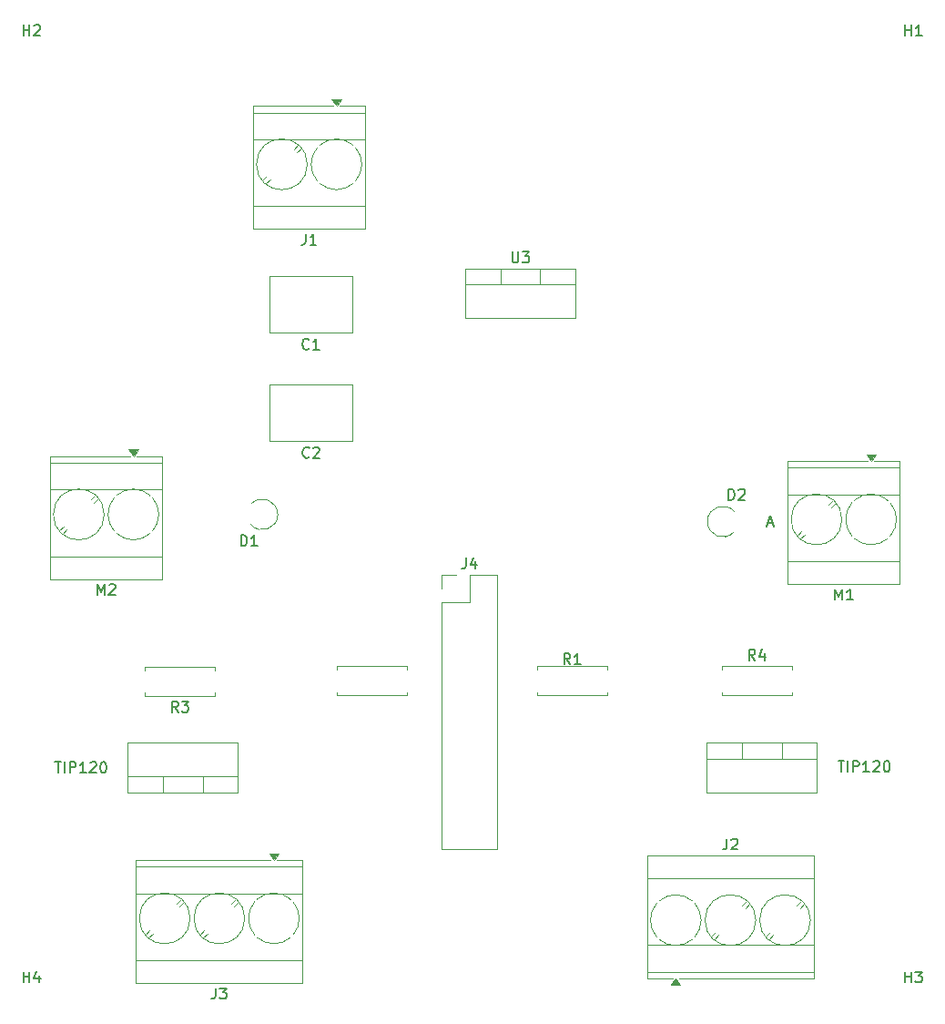
<source format=gbr>
%TF.GenerationSoftware,KiCad,Pcbnew,9.0.0*%
%TF.CreationDate,2025-08-03T16:24:41+07:00*%
%TF.ProjectId,O1_Circuit,4f315f43-6972-4637-9569-742e6b696361,rev?*%
%TF.SameCoordinates,Original*%
%TF.FileFunction,Legend,Top*%
%TF.FilePolarity,Positive*%
%FSLAX46Y46*%
G04 Gerber Fmt 4.6, Leading zero omitted, Abs format (unit mm)*
G04 Created by KiCad (PCBNEW 9.0.0) date 2025-08-03 16:24:41*
%MOMM*%
%LPD*%
G01*
G04 APERTURE LIST*
%ADD10C,0.150000*%
%ADD11C,0.120000*%
G04 APERTURE END LIST*
D10*
X157661666Y-115602319D02*
X157661666Y-116316604D01*
X157661666Y-116316604D02*
X157614047Y-116459461D01*
X157614047Y-116459461D02*
X157518809Y-116554700D01*
X157518809Y-116554700D02*
X157375952Y-116602319D01*
X157375952Y-116602319D02*
X157280714Y-116602319D01*
X158090238Y-115697557D02*
X158137857Y-115649938D01*
X158137857Y-115649938D02*
X158233095Y-115602319D01*
X158233095Y-115602319D02*
X158471190Y-115602319D01*
X158471190Y-115602319D02*
X158566428Y-115649938D01*
X158566428Y-115649938D02*
X158614047Y-115697557D01*
X158614047Y-115697557D02*
X158661666Y-115792795D01*
X158661666Y-115792795D02*
X158661666Y-115888033D01*
X158661666Y-115888033D02*
X158614047Y-116030890D01*
X158614047Y-116030890D02*
X158042619Y-116602319D01*
X158042619Y-116602319D02*
X158661666Y-116602319D01*
X160293333Y-99004819D02*
X159960000Y-98528628D01*
X159721905Y-99004819D02*
X159721905Y-98004819D01*
X159721905Y-98004819D02*
X160102857Y-98004819D01*
X160102857Y-98004819D02*
X160198095Y-98052438D01*
X160198095Y-98052438D02*
X160245714Y-98100057D01*
X160245714Y-98100057D02*
X160293333Y-98195295D01*
X160293333Y-98195295D02*
X160293333Y-98338152D01*
X160293333Y-98338152D02*
X160245714Y-98433390D01*
X160245714Y-98433390D02*
X160198095Y-98481009D01*
X160198095Y-98481009D02*
X160102857Y-98528628D01*
X160102857Y-98528628D02*
X159721905Y-98528628D01*
X161150476Y-98338152D02*
X161150476Y-99004819D01*
X160912381Y-97957200D02*
X160674286Y-98671485D01*
X160674286Y-98671485D02*
X161293333Y-98671485D01*
X143103333Y-99374819D02*
X142770000Y-98898628D01*
X142531905Y-99374819D02*
X142531905Y-98374819D01*
X142531905Y-98374819D02*
X142912857Y-98374819D01*
X142912857Y-98374819D02*
X143008095Y-98422438D01*
X143008095Y-98422438D02*
X143055714Y-98470057D01*
X143055714Y-98470057D02*
X143103333Y-98565295D01*
X143103333Y-98565295D02*
X143103333Y-98708152D01*
X143103333Y-98708152D02*
X143055714Y-98803390D01*
X143055714Y-98803390D02*
X143008095Y-98851009D01*
X143008095Y-98851009D02*
X142912857Y-98898628D01*
X142912857Y-98898628D02*
X142531905Y-98898628D01*
X144055714Y-99374819D02*
X143484286Y-99374819D01*
X143770000Y-99374819D02*
X143770000Y-98374819D01*
X143770000Y-98374819D02*
X143674762Y-98517676D01*
X143674762Y-98517676D02*
X143579524Y-98612914D01*
X143579524Y-98612914D02*
X143484286Y-98660533D01*
X118486666Y-59394819D02*
X118486666Y-60109104D01*
X118486666Y-60109104D02*
X118439047Y-60251961D01*
X118439047Y-60251961D02*
X118343809Y-60347200D01*
X118343809Y-60347200D02*
X118200952Y-60394819D01*
X118200952Y-60394819D02*
X118105714Y-60394819D01*
X119486666Y-60394819D02*
X118915238Y-60394819D01*
X119200952Y-60394819D02*
X119200952Y-59394819D01*
X119200952Y-59394819D02*
X119105714Y-59537676D01*
X119105714Y-59537676D02*
X119010476Y-59632914D01*
X119010476Y-59632914D02*
X118915238Y-59680533D01*
X112466405Y-88384819D02*
X112466405Y-87384819D01*
X112466405Y-87384819D02*
X112704500Y-87384819D01*
X112704500Y-87384819D02*
X112847357Y-87432438D01*
X112847357Y-87432438D02*
X112942595Y-87527676D01*
X112942595Y-87527676D02*
X112990214Y-87622914D01*
X112990214Y-87622914D02*
X113037833Y-87813390D01*
X113037833Y-87813390D02*
X113037833Y-87956247D01*
X113037833Y-87956247D02*
X112990214Y-88146723D01*
X112990214Y-88146723D02*
X112942595Y-88241961D01*
X112942595Y-88241961D02*
X112847357Y-88337200D01*
X112847357Y-88337200D02*
X112704500Y-88384819D01*
X112704500Y-88384819D02*
X112466405Y-88384819D01*
X113990214Y-88384819D02*
X113418786Y-88384819D01*
X113704500Y-88384819D02*
X113704500Y-87384819D01*
X113704500Y-87384819D02*
X113609262Y-87527676D01*
X113609262Y-87527676D02*
X113514024Y-87622914D01*
X113514024Y-87622914D02*
X113418786Y-87670533D01*
X168007619Y-108374819D02*
X168579047Y-108374819D01*
X168293333Y-109374819D02*
X168293333Y-108374819D01*
X168912381Y-109374819D02*
X168912381Y-108374819D01*
X169388571Y-109374819D02*
X169388571Y-108374819D01*
X169388571Y-108374819D02*
X169769523Y-108374819D01*
X169769523Y-108374819D02*
X169864761Y-108422438D01*
X169864761Y-108422438D02*
X169912380Y-108470057D01*
X169912380Y-108470057D02*
X169959999Y-108565295D01*
X169959999Y-108565295D02*
X169959999Y-108708152D01*
X169959999Y-108708152D02*
X169912380Y-108803390D01*
X169912380Y-108803390D02*
X169864761Y-108851009D01*
X169864761Y-108851009D02*
X169769523Y-108898628D01*
X169769523Y-108898628D02*
X169388571Y-108898628D01*
X170912380Y-109374819D02*
X170340952Y-109374819D01*
X170626666Y-109374819D02*
X170626666Y-108374819D01*
X170626666Y-108374819D02*
X170531428Y-108517676D01*
X170531428Y-108517676D02*
X170436190Y-108612914D01*
X170436190Y-108612914D02*
X170340952Y-108660533D01*
X171293333Y-108470057D02*
X171340952Y-108422438D01*
X171340952Y-108422438D02*
X171436190Y-108374819D01*
X171436190Y-108374819D02*
X171674285Y-108374819D01*
X171674285Y-108374819D02*
X171769523Y-108422438D01*
X171769523Y-108422438D02*
X171817142Y-108470057D01*
X171817142Y-108470057D02*
X171864761Y-108565295D01*
X171864761Y-108565295D02*
X171864761Y-108660533D01*
X171864761Y-108660533D02*
X171817142Y-108803390D01*
X171817142Y-108803390D02*
X171245714Y-109374819D01*
X171245714Y-109374819D02*
X171864761Y-109374819D01*
X172483809Y-108374819D02*
X172579047Y-108374819D01*
X172579047Y-108374819D02*
X172674285Y-108422438D01*
X172674285Y-108422438D02*
X172721904Y-108470057D01*
X172721904Y-108470057D02*
X172769523Y-108565295D01*
X172769523Y-108565295D02*
X172817142Y-108755771D01*
X172817142Y-108755771D02*
X172817142Y-108993866D01*
X172817142Y-108993866D02*
X172769523Y-109184342D01*
X172769523Y-109184342D02*
X172721904Y-109279580D01*
X172721904Y-109279580D02*
X172674285Y-109327200D01*
X172674285Y-109327200D02*
X172579047Y-109374819D01*
X172579047Y-109374819D02*
X172483809Y-109374819D01*
X172483809Y-109374819D02*
X172388571Y-109327200D01*
X172388571Y-109327200D02*
X172340952Y-109279580D01*
X172340952Y-109279580D02*
X172293333Y-109184342D01*
X172293333Y-109184342D02*
X172245714Y-108993866D01*
X172245714Y-108993866D02*
X172245714Y-108755771D01*
X172245714Y-108755771D02*
X172293333Y-108565295D01*
X172293333Y-108565295D02*
X172340952Y-108470057D01*
X172340952Y-108470057D02*
X172388571Y-108422438D01*
X172388571Y-108422438D02*
X172483809Y-108374819D01*
X118793333Y-70029580D02*
X118745714Y-70077200D01*
X118745714Y-70077200D02*
X118602857Y-70124819D01*
X118602857Y-70124819D02*
X118507619Y-70124819D01*
X118507619Y-70124819D02*
X118364762Y-70077200D01*
X118364762Y-70077200D02*
X118269524Y-69981961D01*
X118269524Y-69981961D02*
X118221905Y-69886723D01*
X118221905Y-69886723D02*
X118174286Y-69696247D01*
X118174286Y-69696247D02*
X118174286Y-69553390D01*
X118174286Y-69553390D02*
X118221905Y-69362914D01*
X118221905Y-69362914D02*
X118269524Y-69267676D01*
X118269524Y-69267676D02*
X118364762Y-69172438D01*
X118364762Y-69172438D02*
X118507619Y-69124819D01*
X118507619Y-69124819D02*
X118602857Y-69124819D01*
X118602857Y-69124819D02*
X118745714Y-69172438D01*
X118745714Y-69172438D02*
X118793333Y-69220057D01*
X119745714Y-70124819D02*
X119174286Y-70124819D01*
X119460000Y-70124819D02*
X119460000Y-69124819D01*
X119460000Y-69124819D02*
X119364762Y-69267676D01*
X119364762Y-69267676D02*
X119269524Y-69362914D01*
X119269524Y-69362914D02*
X119174286Y-69410533D01*
X133396666Y-89504819D02*
X133396666Y-90219104D01*
X133396666Y-90219104D02*
X133349047Y-90361961D01*
X133349047Y-90361961D02*
X133253809Y-90457200D01*
X133253809Y-90457200D02*
X133110952Y-90504819D01*
X133110952Y-90504819D02*
X133015714Y-90504819D01*
X134301428Y-89838152D02*
X134301428Y-90504819D01*
X134063333Y-89457200D02*
X133825238Y-90171485D01*
X133825238Y-90171485D02*
X134444285Y-90171485D01*
X92238095Y-40954819D02*
X92238095Y-39954819D01*
X92238095Y-40431009D02*
X92809523Y-40431009D01*
X92809523Y-40954819D02*
X92809523Y-39954819D01*
X93238095Y-40050057D02*
X93285714Y-40002438D01*
X93285714Y-40002438D02*
X93380952Y-39954819D01*
X93380952Y-39954819D02*
X93619047Y-39954819D01*
X93619047Y-39954819D02*
X93714285Y-40002438D01*
X93714285Y-40002438D02*
X93761904Y-40050057D01*
X93761904Y-40050057D02*
X93809523Y-40145295D01*
X93809523Y-40145295D02*
X93809523Y-40240533D01*
X93809523Y-40240533D02*
X93761904Y-40383390D01*
X93761904Y-40383390D02*
X93190476Y-40954819D01*
X93190476Y-40954819D02*
X93809523Y-40954819D01*
X92238095Y-128954819D02*
X92238095Y-127954819D01*
X92238095Y-128431009D02*
X92809523Y-128431009D01*
X92809523Y-128954819D02*
X92809523Y-127954819D01*
X93714285Y-128288152D02*
X93714285Y-128954819D01*
X93476190Y-127907200D02*
X93238095Y-128621485D01*
X93238095Y-128621485D02*
X93857142Y-128621485D01*
X167730476Y-93394819D02*
X167730476Y-92394819D01*
X167730476Y-92394819D02*
X168063809Y-93109104D01*
X168063809Y-93109104D02*
X168397142Y-92394819D01*
X168397142Y-92394819D02*
X168397142Y-93394819D01*
X169397142Y-93394819D02*
X168825714Y-93394819D01*
X169111428Y-93394819D02*
X169111428Y-92394819D01*
X169111428Y-92394819D02*
X169016190Y-92537676D01*
X169016190Y-92537676D02*
X168920952Y-92632914D01*
X168920952Y-92632914D02*
X168825714Y-92680533D01*
X174238095Y-128954819D02*
X174238095Y-127954819D01*
X174238095Y-128431009D02*
X174809523Y-128431009D01*
X174809523Y-128954819D02*
X174809523Y-127954819D01*
X175190476Y-127954819D02*
X175809523Y-127954819D01*
X175809523Y-127954819D02*
X175476190Y-128335771D01*
X175476190Y-128335771D02*
X175619047Y-128335771D01*
X175619047Y-128335771D02*
X175714285Y-128383390D01*
X175714285Y-128383390D02*
X175761904Y-128431009D01*
X175761904Y-128431009D02*
X175809523Y-128526247D01*
X175809523Y-128526247D02*
X175809523Y-128764342D01*
X175809523Y-128764342D02*
X175761904Y-128859580D01*
X175761904Y-128859580D02*
X175714285Y-128907200D01*
X175714285Y-128907200D02*
X175619047Y-128954819D01*
X175619047Y-128954819D02*
X175333333Y-128954819D01*
X175333333Y-128954819D02*
X175238095Y-128907200D01*
X175238095Y-128907200D02*
X175190476Y-128859580D01*
X99124976Y-92934819D02*
X99124976Y-91934819D01*
X99124976Y-91934819D02*
X99458309Y-92649104D01*
X99458309Y-92649104D02*
X99791642Y-91934819D01*
X99791642Y-91934819D02*
X99791642Y-92934819D01*
X100220214Y-92030057D02*
X100267833Y-91982438D01*
X100267833Y-91982438D02*
X100363071Y-91934819D01*
X100363071Y-91934819D02*
X100601166Y-91934819D01*
X100601166Y-91934819D02*
X100696404Y-91982438D01*
X100696404Y-91982438D02*
X100744023Y-92030057D01*
X100744023Y-92030057D02*
X100791642Y-92125295D01*
X100791642Y-92125295D02*
X100791642Y-92220533D01*
X100791642Y-92220533D02*
X100744023Y-92363390D01*
X100744023Y-92363390D02*
X100172595Y-92934819D01*
X100172595Y-92934819D02*
X100791642Y-92934819D01*
X95167619Y-108454819D02*
X95739047Y-108454819D01*
X95453333Y-109454819D02*
X95453333Y-108454819D01*
X96072381Y-109454819D02*
X96072381Y-108454819D01*
X96548571Y-109454819D02*
X96548571Y-108454819D01*
X96548571Y-108454819D02*
X96929523Y-108454819D01*
X96929523Y-108454819D02*
X97024761Y-108502438D01*
X97024761Y-108502438D02*
X97072380Y-108550057D01*
X97072380Y-108550057D02*
X97119999Y-108645295D01*
X97119999Y-108645295D02*
X97119999Y-108788152D01*
X97119999Y-108788152D02*
X97072380Y-108883390D01*
X97072380Y-108883390D02*
X97024761Y-108931009D01*
X97024761Y-108931009D02*
X96929523Y-108978628D01*
X96929523Y-108978628D02*
X96548571Y-108978628D01*
X98072380Y-109454819D02*
X97500952Y-109454819D01*
X97786666Y-109454819D02*
X97786666Y-108454819D01*
X97786666Y-108454819D02*
X97691428Y-108597676D01*
X97691428Y-108597676D02*
X97596190Y-108692914D01*
X97596190Y-108692914D02*
X97500952Y-108740533D01*
X98453333Y-108550057D02*
X98500952Y-108502438D01*
X98500952Y-108502438D02*
X98596190Y-108454819D01*
X98596190Y-108454819D02*
X98834285Y-108454819D01*
X98834285Y-108454819D02*
X98929523Y-108502438D01*
X98929523Y-108502438D02*
X98977142Y-108550057D01*
X98977142Y-108550057D02*
X99024761Y-108645295D01*
X99024761Y-108645295D02*
X99024761Y-108740533D01*
X99024761Y-108740533D02*
X98977142Y-108883390D01*
X98977142Y-108883390D02*
X98405714Y-109454819D01*
X98405714Y-109454819D02*
X99024761Y-109454819D01*
X99643809Y-108454819D02*
X99739047Y-108454819D01*
X99739047Y-108454819D02*
X99834285Y-108502438D01*
X99834285Y-108502438D02*
X99881904Y-108550057D01*
X99881904Y-108550057D02*
X99929523Y-108645295D01*
X99929523Y-108645295D02*
X99977142Y-108835771D01*
X99977142Y-108835771D02*
X99977142Y-109073866D01*
X99977142Y-109073866D02*
X99929523Y-109264342D01*
X99929523Y-109264342D02*
X99881904Y-109359580D01*
X99881904Y-109359580D02*
X99834285Y-109407200D01*
X99834285Y-109407200D02*
X99739047Y-109454819D01*
X99739047Y-109454819D02*
X99643809Y-109454819D01*
X99643809Y-109454819D02*
X99548571Y-109407200D01*
X99548571Y-109407200D02*
X99500952Y-109359580D01*
X99500952Y-109359580D02*
X99453333Y-109264342D01*
X99453333Y-109264342D02*
X99405714Y-109073866D01*
X99405714Y-109073866D02*
X99405714Y-108835771D01*
X99405714Y-108835771D02*
X99453333Y-108645295D01*
X99453333Y-108645295D02*
X99500952Y-108550057D01*
X99500952Y-108550057D02*
X99548571Y-108502438D01*
X99548571Y-108502438D02*
X99643809Y-108454819D01*
X137698095Y-61049819D02*
X137698095Y-61859342D01*
X137698095Y-61859342D02*
X137745714Y-61954580D01*
X137745714Y-61954580D02*
X137793333Y-62002200D01*
X137793333Y-62002200D02*
X137888571Y-62049819D01*
X137888571Y-62049819D02*
X138079047Y-62049819D01*
X138079047Y-62049819D02*
X138174285Y-62002200D01*
X138174285Y-62002200D02*
X138221904Y-61954580D01*
X138221904Y-61954580D02*
X138269523Y-61859342D01*
X138269523Y-61859342D02*
X138269523Y-61049819D01*
X138650476Y-61049819D02*
X139269523Y-61049819D01*
X139269523Y-61049819D02*
X138936190Y-61430771D01*
X138936190Y-61430771D02*
X139079047Y-61430771D01*
X139079047Y-61430771D02*
X139174285Y-61478390D01*
X139174285Y-61478390D02*
X139221904Y-61526009D01*
X139221904Y-61526009D02*
X139269523Y-61621247D01*
X139269523Y-61621247D02*
X139269523Y-61859342D01*
X139269523Y-61859342D02*
X139221904Y-61954580D01*
X139221904Y-61954580D02*
X139174285Y-62002200D01*
X139174285Y-62002200D02*
X139079047Y-62049819D01*
X139079047Y-62049819D02*
X138793333Y-62049819D01*
X138793333Y-62049819D02*
X138698095Y-62002200D01*
X138698095Y-62002200D02*
X138650476Y-61954580D01*
X110126666Y-129474819D02*
X110126666Y-130189104D01*
X110126666Y-130189104D02*
X110079047Y-130331961D01*
X110079047Y-130331961D02*
X109983809Y-130427200D01*
X109983809Y-130427200D02*
X109840952Y-130474819D01*
X109840952Y-130474819D02*
X109745714Y-130474819D01*
X110507619Y-129474819D02*
X111126666Y-129474819D01*
X111126666Y-129474819D02*
X110793333Y-129855771D01*
X110793333Y-129855771D02*
X110936190Y-129855771D01*
X110936190Y-129855771D02*
X111031428Y-129903390D01*
X111031428Y-129903390D02*
X111079047Y-129951009D01*
X111079047Y-129951009D02*
X111126666Y-130046247D01*
X111126666Y-130046247D02*
X111126666Y-130284342D01*
X111126666Y-130284342D02*
X111079047Y-130379580D01*
X111079047Y-130379580D02*
X111031428Y-130427200D01*
X111031428Y-130427200D02*
X110936190Y-130474819D01*
X110936190Y-130474819D02*
X110650476Y-130474819D01*
X110650476Y-130474819D02*
X110555238Y-130427200D01*
X110555238Y-130427200D02*
X110507619Y-130379580D01*
X106643333Y-103824819D02*
X106310000Y-103348628D01*
X106071905Y-103824819D02*
X106071905Y-102824819D01*
X106071905Y-102824819D02*
X106452857Y-102824819D01*
X106452857Y-102824819D02*
X106548095Y-102872438D01*
X106548095Y-102872438D02*
X106595714Y-102920057D01*
X106595714Y-102920057D02*
X106643333Y-103015295D01*
X106643333Y-103015295D02*
X106643333Y-103158152D01*
X106643333Y-103158152D02*
X106595714Y-103253390D01*
X106595714Y-103253390D02*
X106548095Y-103301009D01*
X106548095Y-103301009D02*
X106452857Y-103348628D01*
X106452857Y-103348628D02*
X106071905Y-103348628D01*
X106976667Y-102824819D02*
X107595714Y-102824819D01*
X107595714Y-102824819D02*
X107262381Y-103205771D01*
X107262381Y-103205771D02*
X107405238Y-103205771D01*
X107405238Y-103205771D02*
X107500476Y-103253390D01*
X107500476Y-103253390D02*
X107548095Y-103301009D01*
X107548095Y-103301009D02*
X107595714Y-103396247D01*
X107595714Y-103396247D02*
X107595714Y-103634342D01*
X107595714Y-103634342D02*
X107548095Y-103729580D01*
X107548095Y-103729580D02*
X107500476Y-103777200D01*
X107500476Y-103777200D02*
X107405238Y-103824819D01*
X107405238Y-103824819D02*
X107119524Y-103824819D01*
X107119524Y-103824819D02*
X107024286Y-103777200D01*
X107024286Y-103777200D02*
X106976667Y-103729580D01*
X174238095Y-40954819D02*
X174238095Y-39954819D01*
X174238095Y-40431009D02*
X174809523Y-40431009D01*
X174809523Y-40954819D02*
X174809523Y-39954819D01*
X175809523Y-40954819D02*
X175238095Y-40954819D01*
X175523809Y-40954819D02*
X175523809Y-39954819D01*
X175523809Y-39954819D02*
X175428571Y-40097676D01*
X175428571Y-40097676D02*
X175333333Y-40192914D01*
X175333333Y-40192914D02*
X175238095Y-40240533D01*
X157812905Y-84105819D02*
X157812905Y-83105819D01*
X157812905Y-83105819D02*
X158051000Y-83105819D01*
X158051000Y-83105819D02*
X158193857Y-83153438D01*
X158193857Y-83153438D02*
X158289095Y-83248676D01*
X158289095Y-83248676D02*
X158336714Y-83343914D01*
X158336714Y-83343914D02*
X158384333Y-83534390D01*
X158384333Y-83534390D02*
X158384333Y-83677247D01*
X158384333Y-83677247D02*
X158336714Y-83867723D01*
X158336714Y-83867723D02*
X158289095Y-83962961D01*
X158289095Y-83962961D02*
X158193857Y-84058200D01*
X158193857Y-84058200D02*
X158051000Y-84105819D01*
X158051000Y-84105819D02*
X157812905Y-84105819D01*
X158765286Y-83201057D02*
X158812905Y-83153438D01*
X158812905Y-83153438D02*
X158908143Y-83105819D01*
X158908143Y-83105819D02*
X159146238Y-83105819D01*
X159146238Y-83105819D02*
X159241476Y-83153438D01*
X159241476Y-83153438D02*
X159289095Y-83201057D01*
X159289095Y-83201057D02*
X159336714Y-83296295D01*
X159336714Y-83296295D02*
X159336714Y-83391533D01*
X159336714Y-83391533D02*
X159289095Y-83534390D01*
X159289095Y-83534390D02*
X158717667Y-84105819D01*
X158717667Y-84105819D02*
X159336714Y-84105819D01*
X161482905Y-86290104D02*
X161959095Y-86290104D01*
X161387667Y-86575819D02*
X161721000Y-85575819D01*
X161721000Y-85575819D02*
X162054333Y-86575819D01*
X118833333Y-80109580D02*
X118785714Y-80157200D01*
X118785714Y-80157200D02*
X118642857Y-80204819D01*
X118642857Y-80204819D02*
X118547619Y-80204819D01*
X118547619Y-80204819D02*
X118404762Y-80157200D01*
X118404762Y-80157200D02*
X118309524Y-80061961D01*
X118309524Y-80061961D02*
X118261905Y-79966723D01*
X118261905Y-79966723D02*
X118214286Y-79776247D01*
X118214286Y-79776247D02*
X118214286Y-79633390D01*
X118214286Y-79633390D02*
X118261905Y-79442914D01*
X118261905Y-79442914D02*
X118309524Y-79347676D01*
X118309524Y-79347676D02*
X118404762Y-79252438D01*
X118404762Y-79252438D02*
X118547619Y-79204819D01*
X118547619Y-79204819D02*
X118642857Y-79204819D01*
X118642857Y-79204819D02*
X118785714Y-79252438D01*
X118785714Y-79252438D02*
X118833333Y-79300057D01*
X119214286Y-79300057D02*
X119261905Y-79252438D01*
X119261905Y-79252438D02*
X119357143Y-79204819D01*
X119357143Y-79204819D02*
X119595238Y-79204819D01*
X119595238Y-79204819D02*
X119690476Y-79252438D01*
X119690476Y-79252438D02*
X119738095Y-79300057D01*
X119738095Y-79300057D02*
X119785714Y-79395295D01*
X119785714Y-79395295D02*
X119785714Y-79490533D01*
X119785714Y-79490533D02*
X119738095Y-79633390D01*
X119738095Y-79633390D02*
X119166667Y-80204819D01*
X119166667Y-80204819D02*
X119785714Y-80204819D01*
D11*
%TO.C,J2*%
X150255000Y-117147500D02*
X150255000Y-128587500D01*
X150255000Y-117147500D02*
X165735000Y-117147500D01*
X150255000Y-119267500D02*
X165735000Y-119267500D01*
X150255000Y-125467500D02*
X165735000Y-125467500D01*
X150255000Y-127967500D02*
X165735000Y-127967500D01*
X150255000Y-128587500D02*
X152615000Y-128587500D01*
X151135000Y-124658500D02*
X151125000Y-124669500D01*
X151422000Y-124947500D02*
X151413000Y-124957500D01*
X153215000Y-128587500D02*
X165735000Y-128587500D01*
X156600000Y-124273500D02*
X156205000Y-124669500D01*
X156888000Y-124561500D02*
X156493000Y-124957500D01*
X159497000Y-121377500D02*
X159101000Y-121773500D01*
X159785000Y-121665500D02*
X159389000Y-122061500D01*
X161680000Y-124273500D02*
X161285000Y-124669500D01*
X161968000Y-124561500D02*
X161573000Y-124957500D01*
X164577000Y-121377500D02*
X164181000Y-121773500D01*
X164865000Y-121665500D02*
X164469000Y-122061500D01*
X165735000Y-117147500D02*
X165735000Y-128587500D01*
X151135000Y-124717500D02*
G75*
G02*
X151134585Y-121617977I1780000J1550000D01*
G01*
X151365000Y-121387500D02*
G75*
G02*
X154464523Y-121387085I1550000J-1780001D01*
G01*
X154465000Y-124947500D02*
G75*
G02*
X151365477Y-124947915I-1550000J1780000D01*
G01*
X154695000Y-121617500D02*
G75*
G02*
X154695415Y-124717023I-1780001J-1550000D01*
G01*
X160355000Y-123167500D02*
G75*
G02*
X155635000Y-123167500I-2360000J0D01*
G01*
X155635000Y-123167500D02*
G75*
G02*
X160355000Y-123167500I2360000J0D01*
G01*
X165435000Y-123167500D02*
G75*
G02*
X160715000Y-123167500I-2360000J0D01*
G01*
X160715000Y-123167500D02*
G75*
G02*
X165435000Y-123167500I2360000J0D01*
G01*
X153355000Y-129197500D02*
X152475000Y-129197500D01*
X152915000Y-128587500D01*
X153355000Y-129197500D01*
G36*
X153355000Y-129197500D02*
G01*
X152475000Y-129197500D01*
X152915000Y-128587500D01*
X153355000Y-129197500D01*
G37*
%TO.C,R4*%
X157190000Y-99550000D02*
X163730000Y-99550000D01*
X157190000Y-99880000D02*
X157190000Y-99550000D01*
X157190000Y-101960000D02*
X157190000Y-102290000D01*
X157190000Y-102290000D02*
X163730000Y-102290000D01*
X163730000Y-99550000D02*
X163730000Y-99880000D01*
X163730000Y-102290000D02*
X163730000Y-101960000D01*
%TO.C,R1*%
X140000000Y-99550000D02*
X146540000Y-99550000D01*
X140000000Y-99880000D02*
X140000000Y-99550000D01*
X140000000Y-101960000D02*
X140000000Y-102290000D01*
X140000000Y-102290000D02*
X146540000Y-102290000D01*
X146540000Y-99550000D02*
X146540000Y-99880000D01*
X146540000Y-102290000D02*
X146540000Y-101960000D01*
%TO.C,J1*%
X113620000Y-58940000D02*
X113620000Y-47500000D01*
X114490000Y-54422000D02*
X114886000Y-54026000D01*
X114778000Y-54710000D02*
X115174000Y-54314000D01*
X117387000Y-51526000D02*
X117782000Y-51130000D01*
X117675000Y-51814000D02*
X118070000Y-51418000D01*
X121060000Y-47500000D02*
X113620000Y-47500000D01*
X122853000Y-51140000D02*
X122862000Y-51130000D01*
X123140000Y-51429000D02*
X123150000Y-51418000D01*
X124020000Y-47500000D02*
X121660000Y-47500000D01*
X124020000Y-48120000D02*
X113620000Y-48120000D01*
X124020000Y-50620000D02*
X113620000Y-50620000D01*
X124020000Y-56820000D02*
X113620000Y-56820000D01*
X124020000Y-58940000D02*
X113620000Y-58940000D01*
X124020000Y-58940000D02*
X124020000Y-47500000D01*
X119580000Y-54470000D02*
G75*
G02*
X119579585Y-51370477I1780001J1550000D01*
G01*
X119810000Y-51140000D02*
G75*
G02*
X122909523Y-51139585I1550000J-1780000D01*
G01*
X122910000Y-54700000D02*
G75*
G02*
X119810477Y-54700415I-1550000J1780001D01*
G01*
X123140000Y-51370000D02*
G75*
G02*
X123140415Y-54469523I-1780000J-1550000D01*
G01*
X118640000Y-52920000D02*
G75*
G02*
X113920000Y-52920000I-2360000J0D01*
G01*
X113920000Y-52920000D02*
G75*
G02*
X118640000Y-52920000I2360000J0D01*
G01*
X121360000Y-47500000D02*
X120920000Y-46890000D01*
X121800000Y-46890000D01*
X121360000Y-47500000D01*
G36*
X121360000Y-47500000D02*
G01*
X120920000Y-46890000D01*
X121800000Y-46890000D01*
X121360000Y-47500000D01*
G37*
%TO.C,D1*%
X113420650Y-84491134D02*
G75*
G02*
X113361261Y-86360000I1053850J-968866D01*
G01*
%TO.C,Q1*%
X155800000Y-106650000D02*
X155800000Y-111291000D01*
X155800000Y-106650000D02*
X166040000Y-106650000D01*
X155800000Y-108160000D02*
X166040000Y-108160000D01*
X155800000Y-111291000D02*
X166040000Y-111291000D01*
X159070000Y-106650000D02*
X159070000Y-108160000D01*
X162771000Y-106650000D02*
X162771000Y-108160000D01*
X166040000Y-106650000D02*
X166040000Y-111291000D01*
%TO.C,C1*%
X115090000Y-68540000D02*
X115090000Y-63300000D01*
X122830000Y-63300000D02*
X115090000Y-63300000D01*
X122830000Y-68540000D02*
X115090000Y-68540000D01*
X122830000Y-68540000D02*
X122830000Y-63300000D01*
%TO.C,J4*%
X131130000Y-91050000D02*
X132460000Y-91050000D01*
X131130000Y-92380000D02*
X131130000Y-91050000D01*
X131130000Y-93650000D02*
X131130000Y-116570000D01*
X131130000Y-93650000D02*
X133730000Y-93650000D01*
X131130000Y-116570000D02*
X136330000Y-116570000D01*
X133730000Y-91050000D02*
X136330000Y-91050000D01*
X133730000Y-93650000D02*
X133730000Y-91050000D01*
X136330000Y-91050000D02*
X136330000Y-116570000D01*
%TO.C,R2*%
X121380000Y-99550000D02*
X121380000Y-99880000D01*
X121380000Y-102290000D02*
X121380000Y-101960000D01*
X127920000Y-99550000D02*
X121380000Y-99550000D01*
X127920000Y-99880000D02*
X127920000Y-99550000D01*
X127920000Y-101960000D02*
X127920000Y-102290000D01*
X127920000Y-102290000D02*
X121380000Y-102290000D01*
%TO.C,M1*%
X163340000Y-91940000D02*
X163340000Y-80500000D01*
X164210000Y-87422000D02*
X164606000Y-87026000D01*
X164498000Y-87710000D02*
X164894000Y-87314000D01*
X167107000Y-84526000D02*
X167502000Y-84130000D01*
X167395000Y-84814000D02*
X167790000Y-84418000D01*
X170780000Y-80500000D02*
X163340000Y-80500000D01*
X172573000Y-84140000D02*
X172582000Y-84130000D01*
X172860000Y-84429000D02*
X172870000Y-84418000D01*
X173740000Y-80500000D02*
X171380000Y-80500000D01*
X173740000Y-81120000D02*
X163340000Y-81120000D01*
X173740000Y-83620000D02*
X163340000Y-83620000D01*
X173740000Y-89820000D02*
X163340000Y-89820000D01*
X173740000Y-91940000D02*
X163340000Y-91940000D01*
X173740000Y-91940000D02*
X173740000Y-80500000D01*
X169300000Y-87470000D02*
G75*
G02*
X169299585Y-84370477I1780001J1550000D01*
G01*
X169530000Y-84140000D02*
G75*
G02*
X172629523Y-84139585I1550000J-1780000D01*
G01*
X172630000Y-87700000D02*
G75*
G02*
X169530477Y-87700415I-1550000J1780001D01*
G01*
X172860000Y-84370000D02*
G75*
G02*
X172860415Y-87469523I-1780000J-1550000D01*
G01*
X168360000Y-85920000D02*
G75*
G02*
X163640000Y-85920000I-2360000J0D01*
G01*
X163640000Y-85920000D02*
G75*
G02*
X168360000Y-85920000I2360000J0D01*
G01*
X171080000Y-80500000D02*
X170640000Y-79890000D01*
X171520000Y-79890000D01*
X171080000Y-80500000D01*
G36*
X171080000Y-80500000D02*
G01*
X170640000Y-79890000D01*
X171520000Y-79890000D01*
X171080000Y-80500000D01*
G37*
%TO.C,M2*%
X94734500Y-91480000D02*
X94734500Y-80040000D01*
X95604500Y-86962000D02*
X96000500Y-86566000D01*
X95892500Y-87250000D02*
X96288500Y-86854000D01*
X98501500Y-84066000D02*
X98896500Y-83670000D01*
X98789500Y-84354000D02*
X99184500Y-83958000D01*
X102174500Y-80040000D02*
X94734500Y-80040000D01*
X103967500Y-83680000D02*
X103976500Y-83670000D01*
X104254500Y-83969000D02*
X104264500Y-83958000D01*
X105134500Y-80040000D02*
X102774500Y-80040000D01*
X105134500Y-80660000D02*
X94734500Y-80660000D01*
X105134500Y-83160000D02*
X94734500Y-83160000D01*
X105134500Y-89360000D02*
X94734500Y-89360000D01*
X105134500Y-91480000D02*
X94734500Y-91480000D01*
X105134500Y-91480000D02*
X105134500Y-80040000D01*
X100694500Y-87010000D02*
G75*
G02*
X100694085Y-83910477I1780001J1550000D01*
G01*
X100924500Y-83680000D02*
G75*
G02*
X104024023Y-83679585I1550000J-1780000D01*
G01*
X104024500Y-87240000D02*
G75*
G02*
X100924977Y-87240415I-1550000J1780001D01*
G01*
X104254500Y-83910000D02*
G75*
G02*
X104254915Y-87009523I-1780000J-1550000D01*
G01*
X99754500Y-85460000D02*
G75*
G02*
X95034500Y-85460000I-2360000J0D01*
G01*
X95034500Y-85460000D02*
G75*
G02*
X99754500Y-85460000I2360000J0D01*
G01*
X102474500Y-80040000D02*
X102034500Y-79430000D01*
X102914500Y-79430000D01*
X102474500Y-80040000D01*
G36*
X102474500Y-80040000D02*
G01*
X102034500Y-79430000D01*
X102914500Y-79430000D01*
X102474500Y-80040000D01*
G37*
%TO.C,Q2*%
X101960000Y-111270000D02*
X101960000Y-106629000D01*
X105229000Y-111270000D02*
X105229000Y-109760000D01*
X108930000Y-111270000D02*
X108930000Y-109760000D01*
X112200000Y-106629000D02*
X101960000Y-106629000D01*
X112200000Y-109760000D02*
X101960000Y-109760000D01*
X112200000Y-111270000D02*
X101960000Y-111270000D01*
X112200000Y-111270000D02*
X112200000Y-106629000D01*
%TO.C,U3*%
X133340000Y-62595000D02*
X133340000Y-67236000D01*
X133340000Y-62595000D02*
X143580000Y-62595000D01*
X133340000Y-64105000D02*
X143580000Y-64105000D01*
X133340000Y-67236000D02*
X143580000Y-67236000D01*
X136610000Y-62595000D02*
X136610000Y-64105000D01*
X140311000Y-62595000D02*
X140311000Y-64105000D01*
X143580000Y-62595000D02*
X143580000Y-67236000D01*
%TO.C,J3*%
X102720000Y-129020000D02*
X102720000Y-117580000D01*
X103590000Y-124502000D02*
X103986000Y-124106000D01*
X103878000Y-124790000D02*
X104274000Y-124394000D01*
X106487000Y-121606000D02*
X106882000Y-121210000D01*
X106775000Y-121894000D02*
X107170000Y-121498000D01*
X108670000Y-124502000D02*
X109066000Y-124106000D01*
X108958000Y-124790000D02*
X109354000Y-124394000D01*
X111567000Y-121606000D02*
X111962000Y-121210000D01*
X111855000Y-121894000D02*
X112250000Y-121498000D01*
X115240000Y-117580000D02*
X102720000Y-117580000D01*
X117033000Y-121220000D02*
X117042000Y-121210000D01*
X117320000Y-121509000D02*
X117330000Y-121498000D01*
X118200000Y-117580000D02*
X115840000Y-117580000D01*
X118200000Y-118200000D02*
X102720000Y-118200000D01*
X118200000Y-120700000D02*
X102720000Y-120700000D01*
X118200000Y-126900000D02*
X102720000Y-126900000D01*
X118200000Y-129020000D02*
X102720000Y-129020000D01*
X118200000Y-129020000D02*
X118200000Y-117580000D01*
X113760000Y-124550000D02*
G75*
G02*
X113759585Y-121450477I1780001J1550000D01*
G01*
X113990000Y-121220000D02*
G75*
G02*
X117089523Y-121219585I1550000J-1780000D01*
G01*
X117090000Y-124780000D02*
G75*
G02*
X113990477Y-124780415I-1550000J1780001D01*
G01*
X117320000Y-121450000D02*
G75*
G02*
X117320415Y-124549523I-1780000J-1550000D01*
G01*
X107740000Y-123000000D02*
G75*
G02*
X103020000Y-123000000I-2360000J0D01*
G01*
X103020000Y-123000000D02*
G75*
G02*
X107740000Y-123000000I2360000J0D01*
G01*
X112820000Y-123000000D02*
G75*
G02*
X108100000Y-123000000I-2360000J0D01*
G01*
X108100000Y-123000000D02*
G75*
G02*
X112820000Y-123000000I2360000J0D01*
G01*
X115540000Y-117580000D02*
X115100000Y-116970000D01*
X115980000Y-116970000D01*
X115540000Y-117580000D01*
G36*
X115540000Y-117580000D02*
G01*
X115100000Y-116970000D01*
X115980000Y-116970000D01*
X115540000Y-117580000D01*
G37*
%TO.C,R3*%
X103540000Y-99630000D02*
X103540000Y-99960000D01*
X103540000Y-102370000D02*
X103540000Y-102040000D01*
X110080000Y-99630000D02*
X103540000Y-99630000D01*
X110080000Y-99960000D02*
X110080000Y-99630000D01*
X110080000Y-102040000D02*
X110080000Y-102370000D01*
X110080000Y-102370000D02*
X103540000Y-102370000D01*
%TO.C,D2*%
X158334850Y-87089866D02*
G75*
G02*
X158394239Y-85221000I-1053850J968866D01*
G01*
%TO.C,C2*%
X115130000Y-78620000D02*
X115130000Y-73380000D01*
X122870000Y-73380000D02*
X115130000Y-73380000D01*
X122870000Y-78620000D02*
X115130000Y-78620000D01*
X122870000Y-78620000D02*
X122870000Y-73380000D01*
%TD*%
M02*

</source>
